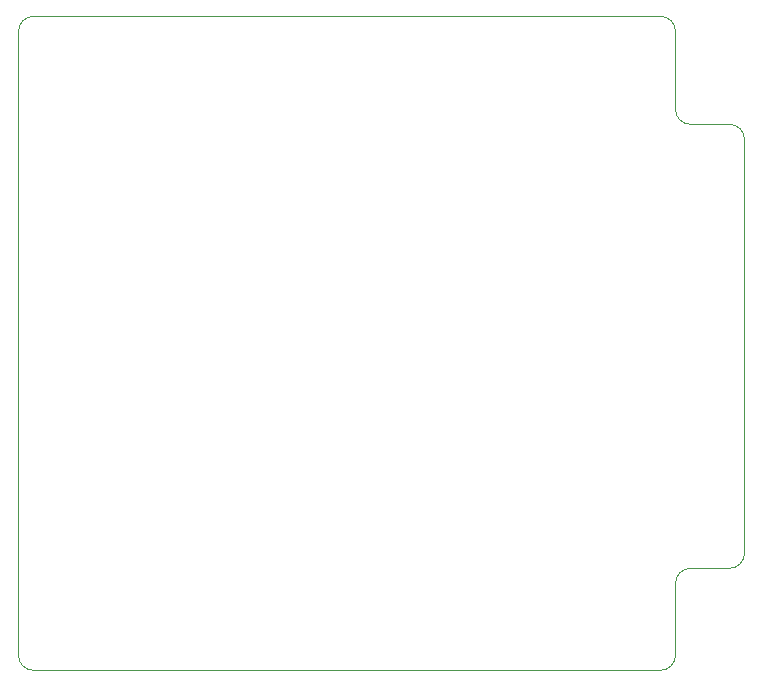
<source format=gm1>
%TF.GenerationSoftware,KiCad,Pcbnew,(6.0.4-0)*%
%TF.CreationDate,2022-04-27T14:28:45-07:00*%
%TF.ProjectId,bluescsi_iigs_internal,626c7565-7363-4736-995f-696967735f69,rev?*%
%TF.SameCoordinates,Original*%
%TF.FileFunction,Profile,NP*%
%FSLAX46Y46*%
G04 Gerber Fmt 4.6, Leading zero omitted, Abs format (unit mm)*
G04 Created by KiCad (PCBNEW (6.0.4-0)) date 2022-04-27 14:28:45*
%MOMM*%
%LPD*%
G01*
G04 APERTURE LIST*
%TA.AperFunction,Profile*%
%ADD10C,0.050000*%
%TD*%
G04 APERTURE END LIST*
D10*
X181991000Y-93726000D02*
G75*
G03*
X180721000Y-94996000I0J-1270000D01*
G01*
X180721000Y-54864000D02*
G75*
G03*
X181991000Y-56134000I1270000J0D01*
G01*
X186563000Y-57404000D02*
G75*
G03*
X185293000Y-56134000I-1270000J0D01*
G01*
X185293000Y-93726000D02*
G75*
G03*
X186563000Y-92456000I0J1270000D01*
G01*
X125095000Y-101092000D02*
G75*
G03*
X126365000Y-102362000I1270000J0D01*
G01*
X179451000Y-102362000D02*
G75*
G03*
X180721000Y-101092000I0J1270000D01*
G01*
X180721000Y-48260000D02*
G75*
G03*
X179451000Y-46990000I-1270000J0D01*
G01*
X126365000Y-46990000D02*
G75*
G03*
X125095000Y-48260000I0J-1270000D01*
G01*
X181991000Y-93726000D02*
X185293000Y-93726000D01*
X180721000Y-94996000D02*
X180721000Y-101092000D01*
X181991000Y-56134000D02*
X185293000Y-56134000D01*
X180721000Y-48260000D02*
X180721000Y-54864000D01*
X126365000Y-46990000D02*
X179451000Y-46990000D01*
X125095000Y-101092000D02*
X125095000Y-48260000D01*
X179451000Y-102362000D02*
X126365000Y-102362000D01*
X186563000Y-57404000D02*
X186563000Y-92456000D01*
M02*

</source>
